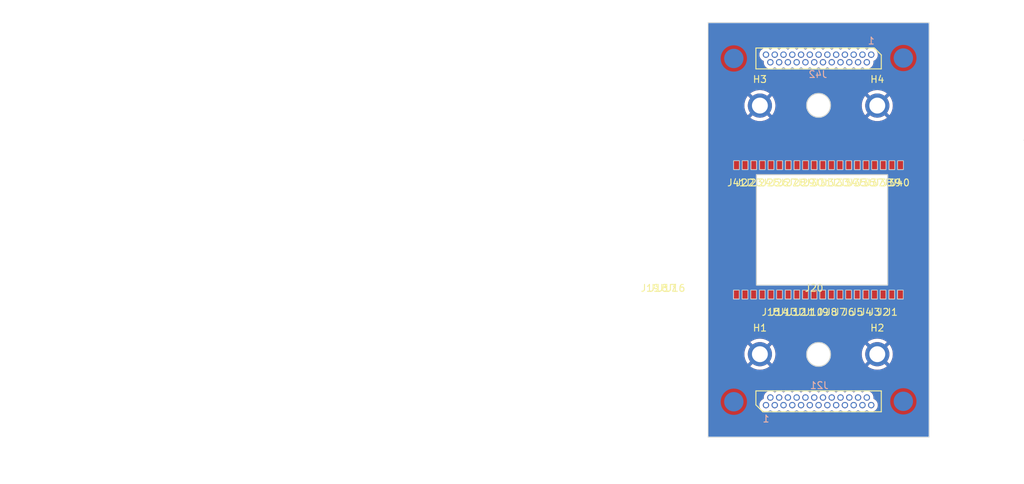
<source format=kicad_pcb>
(kicad_pcb (version 20221018) (generator pcbnew)
  (layers (0 "F.Cu" signal) (1 "In1.Cu" signal) (2 "In2.Cu" signal) (31 "B.Cu" signal) (34 "B.Paste" user) (35 "F.Paste" user) (36 "B.SilkS" user "B.Silkscreen") (37 "F.SilkS" user "F.Silkscreen") (38 "B.Mask" user) (39 "F.Mask" user) (44 "Edge.Cuts" user))
  (net 0 "")
  (net 1 "Net-(J22-Pin_1)")
  (net 2 "Net-(J23-Pin_1)")
  (net 3 "Net-(J24-Pin_1)")
  (net 4 "Net-(J25-Pin_1)")
  (net 5 "Net-(J26-Pin_1)")
  (net 6 "Net-(J27-Pin_1)")
  (net 7 "Net-(J28-Pin_1)")
  (net 8 "Net-(J29-Pin_1)")
  (net 9 "Net-(J30-Pin_1)")
  (net 10 "Net-(J31-Pin_1)")
  (net 11 "Net-(J32-Pin_1)")
  (net 12 "Net-(J33-Pin_1)")
  (net 13 "Net-(J34-Pin_1)")
  (net 14 "Net-(J35-Pin_1)")
  (net 15 "Net-(J36-Pin_1)")
  (net 16 "Net-(J37-Pin_1)")
  (net 17 "Net-(J38-Pin_1)")
  (net 18 "Net-(J39-Pin_1)")
  (net 19 "Net-(J40-Pin_1)")
  (net 20 "Net-(J41-Pin_1)")
  (net 21 "GND")
  (net 22 "Net-(J1-Pin_1)")
  (net 23 "Net-(J2-Pin_1)")
  (net 24 "Net-(J3-Pin_1)")
  (net 25 "Net-(J21-P21)")
  (net 26 "Net-(J5-Pin_1)")
  (net 27 "Net-(J21-P20)")
  (net 28 "Net-(J7-Pin_1)")
  (net 29 "Net-(J21-P19)")
  (net 30 "Net-(J9-Pin_1)")
  (net 31 "Net-(J10-Pin_1)")
  (net 32 "Net-(J11-Pin_1)")
  (net 33 "Net-(J12-Pin_1)")
  (net 34 "Net-(J13-Pin_1)")
  (net 35 "Net-(J14-Pin_1)")
  (net 36 "Net-(J15-Pin_1)")
  (net 37 "Net-(J16-Pin_1)")
  (net 38 "Net-(J17-Pin_1)")
  (net 39 "Net-(J18-Pin_1)")
  (net 40 "Net-(J19-Pin_1)")
  (net 41 "Net-(J20-Pin_1)")
  (footprint "0_footprint_Library:SolderWirePad_1x01_SMD_0.5x0.5mm" (layer "F.Cu") (at 19.11 20.63 180)
    (fp_text reference "J33" (at 0 -2.54) (layer "F.SilkS"))
    (fp_text value "Conn_01x01_Socket")
    (pad "1" smd rect (at 0 0 180) (size 0.75 1.2) (layers "F.Cu" "F.Paste" "F.Mask") (net 12 "Net-(J33-Pin_1)"))
  )
  (footprint "0_footprint_Library:SolderWirePad_1x01_SMD_0.5x0.5mm" (layer "F.Cu") (at 17.86 20.63 180)
    (fp_text reference "J32" (at 0 -2.54) (layer "F.SilkS"))
    (fp_text value "Conn_01x01_Socket")
    (pad "1" smd rect (at 0 0 180) (size 0.75 1.2) (layers "F.Cu" "F.Paste" "F.Mask") (net 11 "Net-(J32-Pin_1)"))
  )
  (footprint "0_footprint_Library:SolderWirePad_1x01_SMD_0.5x0.5mm" (layer "F.Cu") (at 21.6 39.37 180)
    (fp_text reference "J5" (at 0 -2.54) (layer "F.SilkS"))
    (fp_text value "Conn_01x01_Socket")
    (pad "1" smd rect (at 0 0 180) (size 0.75 1.2) (layers "F.Cu" "F.Paste" "F.Mask") (net 26 "Net-(J5-Pin_1)"))
  )
  (footprint "0_footprint_Library:SolderWirePad_1x01_SMD_0.5x0.5mm" (layer "F.Cu") (at 25.35 39.37 180)
    (fp_text reference "J2" (at 0 -2.54) (layer "F.SilkS"))
    (fp_text value "Conn_01x01_Socket")
    (pad "1" smd rect (at 0 0 180) (size 0.75 1.2) (layers "F.Cu" "F.Paste" "F.Mask") (net 23 "Net-(J2-Pin_1)"))
  )
  (footprint "0_footprint_Library:SolderWirePad_1x01_SMD_0.5x0.5mm" (layer "F.Cu") (at 5.35 39.37 180)
    (fp_text reference "J18" (at 12.5 0.93) (layer "F.SilkS"))
    (fp_text value "Conn_01x01_Socket")
    (pad "1" smd rect (at 0 0 180) (size 0.75 1.2) (layers "F.Cu" "F.Paste" "F.Mask") (net 39 "Net-(J18-Pin_1)"))
  )
  (footprint "0_footprint_Library:SolderWirePad_1x01_SMD_0.5x0.5mm" (layer "F.Cu") (at 16.6 39.37 180)
    (fp_text reference "J9" (at 0 -2.54) (layer "F.SilkS"))
    (fp_text value "Conn_01x01_Socket")
    (pad "1" smd rect (at 0 0 180) (size 0.75 1.2) (layers "F.Cu" "F.Paste" "F.Mask") (net 30 "Net-(J9-Pin_1)"))
  )
  (footprint "0_footprint_Library:SolderWirePad_1x01_SMD_0.5x0.5mm" (layer "F.Cu") (at 11.61 20.63 180)
    (fp_text reference "J27" (at 0 -2.54) (layer "F.SilkS"))
    (fp_text value "Conn_01x01_Socket")
    (pad "1" smd rect (at 0 0 180) (size 0.75 1.2) (layers "F.Cu" "F.Paste" "F.Mask") (net 6 "Net-(J27-Pin_1)"))
  )
  (footprint "0_footprint_Library:MountingHole_3mm_2-56_DIN965_Pad" (layer "F.Cu") (at 7.5 48)
    (fp_text reference "H1" (at 0 -3.8) (layer "F.SilkS"))
    (fp_text value "MountingHole_Pad")
    (pad "1" thru_hole circle (at 0 0) (size 3.5 3.5) (drill 2.3) (layers "*.Cu" "*.Mask") (net 21 "GND"))
  )
  (footprint "0_footprint_Library:SolderWirePad_1x01_SMD_0.5x0.5mm" (layer "F.Cu") (at 10.35 39.37 180)
    (fp_text reference "J14" (at 0 -2.54) (layer "F.SilkS"))
    (fp_text value "Conn_01x01_Socket")
    (pad "1" smd rect (at 0 0 180) (size 0.75 1.2) (layers "F.Cu" "F.Paste" "F.Mask") (net 35 "Net-(J14-Pin_1)"))
  )
  (footprint "0_footprint_Library:SolderWirePad_1x01_SMD_0.5x0.5mm" (layer "F.Cu") (at 5.36 20.63 180)
    (fp_text reference "J22" (at 0 -2.54) (layer "F.SilkS"))
    (fp_text value "Conn_01x01_Socket")
    (pad "1" smd rect (at 0 0 180) (size 0.75 1.2) (layers "F.Cu" "F.Paste" "F.Mask") (net 1 "Net-(J22-Pin_1)"))
  )
  (footprint "0_footprint_Library:SolderWirePad_1x01_SMD_0.5x0.5mm" (layer "F.Cu") (at 22.86 20.63 180)
    (fp_text reference "J36" (at 0 -2.54) (layer "F.SilkS"))
    (fp_text value "Conn_01x01_Socket")
    (pad "1" smd rect (at 0 0 180) (size 0.75 1.2) (layers "F.Cu" "F.Paste" "F.Mask") (net 15 "Net-(J36-Pin_1)"))
  )
  (footprint "0_footprint_Library:MountingHole_3mm_2-56_DIN965_Pad" (layer "F.Cu") (at 7.5 12)
    (fp_text reference "H3" (at 0 -3.8) (layer "F.SilkS"))
    (fp_text value "MountingHole_Pad")
    (pad "1" thru_hole circle (at 0 0) (size 3.5 3.5) (drill 2.3) (layers "*.Cu" "*.Mask") (net 21 "GND"))
  )
  (footprint "0_footprint_Library:SolderWirePad_1x01_SMD_0.5x0.5mm" (layer "F.Cu") (at 10.36 20.63 180)
    (fp_text reference "J26" (at 0 -2.54) (layer "F.SilkS"))
    (fp_text value "Conn_01x01_Socket")
    (pad "1" smd rect (at 0 0 180) (size 0.75 1.2) (layers "F.Cu" "F.Paste" "F.Mask") (net 5 "Net-(J26-Pin_1)"))
  )
  (footprint "0_footprint_Library:SolderWirePad_1x01_SMD_0.5x0.5mm" (layer "F.Cu") (at 4.11 20.63 180)
    (fp_text reference "J41" (at 0 -2.54) (layer "F.SilkS"))
    (fp_text value "Conn_01x01_Socket")
    (pad "1" smd rect (at 0 0 180) (size 0.75 1.2) (layers "F.Cu" "F.Paste" "F.Mask") (net 20 "Net-(J41-Pin_1)"))
  )
  (footprint "0_footprint_Library:SolderWirePad_1x01_SMD_0.5x0.5mm" (layer "F.Cu") (at 24.11 20.63 180)
    (fp_text reference "J37" (at 0 -2.54) (layer "F.SilkS"))
    (fp_text value "Conn_01x01_Socket")
    (pad "1" smd rect (at 0 0 180) (size 0.75 1.2) (layers "F.Cu" "F.Paste" "F.Mask") (net 16 "Net-(J37-Pin_1)"))
  )
  (footprint "0_footprint_Library:MountingHole_3mm_2-56_DIN965_Pad" (layer "F.Cu") (at 24.5 48)
    (fp_text reference "H2" (at 0 -3.8) (layer "F.SilkS"))
    (fp_text value "MountingHole_Pad")
    (pad "1" thru_hole circle (at 0 0) (size 3.5 3.5) (drill 2.3) (layers "*.Cu" "*.Mask") (net 21 "GND"))
  )
  (footprint "0_footprint_Library:SolderWirePad_1x01_SMD_0.5x0.5mm" (layer "F.Cu") (at 14.1 39.37 180)
    (fp_text reference "J11" (at 0 -2.54) (layer "F.SilkS"))
    (fp_text value "Conn_01x01_Socket")
    (pad "1" smd rect (at 0 0 180) (size 0.75 1.2) (layers "F.Cu" "F.Paste" "F.Mask") (net 32 "Net-(J11-Pin_1)"))
  )
  (footprint "0_footprint_Library:SolderWirePad_1x01_SMD_0.5x0.5mm" (layer "F.Cu") (at 24.1 39.37 180)
    (fp_text reference "J3" (at 0 -2.54) (layer "F.SilkS"))
    (fp_text value "Conn_01x01_Socket")
    (pad "1" smd rect (at 0 0 180) (size 0.75 1.2) (layers "F.Cu" "F.Paste" "F.Mask") (net 24 "Net-(J3-Pin_1)"))
  )
  (footprint "0_footprint_Library:SolderWirePad_1x01_SMD_0.5x0.5mm" (layer "F.Cu") (at 11.6 39.37 180)
    (fp_text reference "J13" (at 0 -2.54) (layer "F.SilkS"))
    (fp_text value "Conn_01x01_Socket")
    (pad "1" smd rect (at 0 0 180) (size 0.75 1.2) (layers "F.Cu" "F.Paste" "F.Mask") (net 34 "Net-(J13-Pin_1)"))
  )
  (footprint "0_footprint_Library:SolderWirePad_1x01_SMD_0.5x0.5mm" (layer "F.Cu") (at 12.85 39.37 180)
    (fp_text reference "J12" (at 0 -2.54) (layer "F.SilkS"))
    (fp_text value "Conn_01x01_Socket")
    (pad "1" smd rect (at 0 0 180) (size 0.75 1.2) (layers "F.Cu" "F.Paste" "F.Mask") (net 33 "Net-(J12-Pin_1)"))
  )
  (footprint "0_footprint_Library:SolderWirePad_1x01_SMD_0.5x0.5mm" (layer "F.Cu") (at 19.1 39.37 180)
    (fp_text reference "J7" (at 0 -2.54) (layer "F.SilkS"))
    (fp_text value "Conn_01x01_Socket")
    (pad "1" smd rect (at 0 0 180) (size 0.75 1.2) (layers "F.Cu" "F.Paste" "F.Mask") (net 28 "Net-(J7-Pin_1)"))
  )
  (footprint "0_footprint_Library:SolderWirePad_1x01_SMD_0.5x0.5mm" (layer "F.Cu") (at 17.85 39.37 180)
    (fp_text reference "J8" (at 0 -2.54) (layer "F.SilkS"))
    (fp_text value "Conn_01x01_Socket")
    (pad "1" smd rect (at 0 0 180) (size 0.75 1.2) (layers "F.Cu" "F.Paste" "F.Mask") (net 29 "Net-(J21-P19)"))
  )
  (footprint "0_footprint_Library:SolderWirePad_1x01_SMD_0.5x0.5mm" (layer "F.Cu") (at 9.1 39.37 180)
    (fp_text reference "J15" (at 0 -2.54) (layer "F.SilkS"))
    (fp_text value "Conn_01x01_Socket")
    (pad "1" smd rect (at 0 0 180) (size 0.75 1.2) (layers "F.Cu" "F.Paste" "F.Mask") (net 36 "Net-(J15-Pin_1)"))
  )
  (footprint "0_footprint_Library:SolderWirePad_1x01_SMD_0.5x0.5mm" (layer "F.Cu") (at 20.35 39.37 180)
    (fp_text reference "J6" (at 0 -2.54) (layer "F.SilkS"))
    (fp_text value "Conn_01x01_Socket")
    (pad "1" smd rect (at 0 0 180) (size 0.75 1.2) (layers "F.Cu" "F.Paste" "F.Mask") (net 27 "Net-(J21-P20)"))
  )
  (footprint "0_footprint_Library:SolderWirePad_1x01_SMD_0.5x0.5mm" (layer "F.Cu") (at 22.85 39.37 180)
    (fp_text reference "J4" (at 0 -2.54) (layer "F.SilkS"))
    (fp_text value "Conn_01x01_Socket")
    (pad "1" smd rect (at 0 0 180) (size 0.75 1.2) (layers "F.Cu" "F.Paste" "F.Mask") (net 25 "Net-(J21-P21)"))
  )
  (footprint "0_footprint_Library:SolderWirePad_1x01_SMD_0.5x0.5mm" (layer "F.Cu") (at 20.36 20.63 180)
    (fp_text reference "J34" (at 0 -2.54) (layer "F.SilkS"))
    (fp_text value "Conn_01x01_Socket")
    (pad "1" smd rect (at 0 0 180) (size 0.75 1.2) (layers "F.Cu" "F.Paste" "F.Mask") (net 13 "Net-(J34-Pin_1)"))
  )
  (footprint "0_footprint_Library:SolderWirePad_1x01_SMD_0.5x0.5mm" (layer "F.Cu") (at 6.6 39.37 180)
    (fp_text reference "J17" (at 12.5 0.93) (layer "F.SilkS"))
    (fp_text value "Conn_01x01_Socket")
    (pad "1" smd rect (at 0 0 180) (size 0.75 1.2) (layers "F.Cu" "F.Paste" "F.Mask") (net 38 "Net-(J17-Pin_1)"))
  )
  (footprint "0_footprint_Library:SolderWirePad_1x01_SMD_0.5x0.5mm" (layer "F.Cu") (at 27.86 20.63 180)
    (fp_text reference "J40" (at 0 -2.54) (layer "F.SilkS"))
    (fp_text value "Conn_01x01_Socket")
    (pad "1" smd rect (at 0 0 180) (size 0.75 1.2) (layers "F.Cu" "F.Paste" "F.Mask") (net 19 "Net-(J40-Pin_1)"))
  )
  (footprint "0_footprint_Library:SolderWirePad_1x01_SMD_0.5x0.5mm" (layer "F.Cu") (at 21.61 20.63 180)
    (fp_text reference "J35" (at 0 -2.54) (layer "F.SilkS"))
    (fp_text value "Conn_01x01_Socket")
    (pad "1" smd rect (at 0 0 180) (size 0.75 1.2) (layers "F.Cu" "F.Paste" "F.Mask") (net 14 "Net-(J35-Pin_1)"))
  )
  (footprint "0_footprint_Library:SolderWirePad_1x01_SMD_0.5x0.5mm" (layer "F.Cu") (at 26.61 20.63 180)
    (fp_text reference "J39" (at 0 -2.54) (layer "F.SilkS"))
    (fp_text value "Conn_01x01_Socket")
    (pad "1" smd rect (at 0 0 180) (size 0.75 1.2) (layers "F.Cu" "F.Paste" "F.Mask") (net 18 "Net-(J39-Pin_1)"))
  )
  (footprint "0_footprint_Library:SolderWirePad_1x01_SMD_0.5x0.5mm" (layer "F.Cu") (at 26.6 39.37 180)
    (fp_text reference "J1" (at 0 -2.54) (layer "F.SilkS"))
    (fp_text value "Conn_01x01_Socket")
    (pad "1" smd rect (at 0 0 180) (size 0.75 1.2) (layers "F.Cu" "F.Paste" "F.Mask") (net 22 "Net-(J1-Pin_1)"))
  )
  (footprint "0_footprint_Library:SolderWirePad_1x01_SMD_0.5x0.5mm" (layer "F.Cu") (at 16.61 20.63 180)
    (fp_text reference "J31" (at 0 -2.54) (layer "F.SilkS"))
    (fp_text value "Conn_01x01_Socket")
    (pad "1" smd rect (at 0 0 180) (size 0.75 1.2) (layers "F.Cu" "F.Paste" "F.Mask") (net 10 "Net-(J31-Pin_1)"))
  )
  (footprint "0_footprint_Library:SolderWirePad_1x01_SMD_0.5x0.5mm" (layer "F.Cu") (at 6.61 20.63 180)
    (fp_text reference "J23" (at 0 -2.54) (layer "F.SilkS"))
    (fp_text value "Conn_01x01_Socket")
    (pad "1" smd rect (at 0 0 180) (size 0.75 1.2) (layers "F.Cu" "F.Paste" "F.Mask") (net 2 "Net-(J23-Pin_1)"))
  )
  (footprint "0_footprint_Library:SolderWirePad_1x01_SMD_0.5x0.5mm" (layer "F.Cu") (at 14.11 20.63 180)
    (fp_text reference "J29" (at 0 -2.54) (layer "F.SilkS"))
    (fp_text value "Conn_01x01_Socket")
    (pad "1" smd rect (at 0 0 180) (size 0.75 1.2) (layers "F.Cu" "F.Paste" "F.Mask") (net 8 "Net-(J29-Pin_1)"))
  )
  (footprint "0_footprint_Library:SolderWirePad_1x01_SMD_0.5x0.5mm" (layer "F.Cu") (at 27.85 39.37 180)
    (fp_text reference "J20" (at 12.5 0.93) (layer "F.SilkS"))
    (fp_text value "Conn_01x01_Socket")
    (pad "1" smd rect (at 0 0 180) (size 0.75 1.2) (layers "F.Cu" "F.Paste" "F.Mask") (net 41 "Net-(J20-Pin_1)"))
  )
  (footprint "0_footprint_Library:SolderWirePad_1x01_SMD_0.5x0.5mm" (layer "F.Cu") (at 9.11 20.63 180)
    (fp_text reference "J25" (at 0 -2.54) (layer "F.SilkS"))
    (fp_text value "Conn_01x01_Socket")
    (pad "1" smd rect (at 0 0 180) (size 0.75 1.2) (layers "F.Cu" "F.Paste" "F.Mask") (net 4 "Net-(J25-Pin_1)"))
  )
  (footprint "0_footprint_Library:SolderWirePad_1x01_SMD_0.5x0.5mm" (layer "F.Cu") (at 4.1 39.37 180)
    (fp_text reference "J19" (at 12.5 0.93) (layer "F.SilkS"))
    (fp_text value "Conn_01x01_Socket")
    (pad "1" smd rect (at 0 0 180) (size 0.75 1.2) (layers "F.Cu" "F.Paste" "F.Mask") (net 40 "Net-(J19-Pin_1)"))
  )
  (footprint "0_footprint_Library:SolderWirePad_1x01_SMD_0.5x0.5mm" (layer "F.Cu") (at 12.86 20.63 180)
    (fp_text reference "J28" (at 0 -2.54) (layer "F.SilkS"))
    (fp_text value "Conn_01x01_Socket")
    (pad "1" smd rect (at 0 0 180) (size 0.75 1.2) (layers "F.Cu" "F.Paste" "F.Mask") (net 7 "Net-(J28-Pin_1)"))
  )
  (footprint "0_footprint_Library:SolderWirePad_1x01_SMD_0.5x0.5mm" (layer "F.Cu") (at 7.86 20.63 180)
    (fp_text reference "J24" (at 0 -2.54) (layer "F.SilkS"))
    (fp_text value "Conn_01x01_Socket")
    (pad "1" smd rect (at 0 0 180) (size 0.75 1.2) (layers "F.Cu" "F.Paste" "F.Mask") (net 3 "Net-(J24-Pin_1)"))
  )
  (footprint "0_footprint_Library:SolderWirePad_1x01_SMD_0.5x0.5mm" (layer "F.Cu") (at 15.36 20.63 180)
    (fp_text reference "J30" (at 0 -2.54) (layer "F.SilkS"))
    (fp_text value "Conn_01x01_Socket")
    (pad "1" smd rect (at 0 0 180) (size 0.75 1.2) (layers "F.Cu" "F.Paste" "F.Mask") (net 9 "Net-(J30-Pin_1)"))
  )
  (footprint "0_footprint_Library:SolderWirePad_1x01_SMD_0.5x0.5mm" (layer "F.Cu") (at 15.35 39.37 180)
    (fp_text reference "J10" (at 0 -2.54) (layer "F.SilkS"))
    (fp_text value "Conn_01x01_Socket")
    (pad "1" smd rect (at 0 0 180) (size 0.75 1.2) (layers "F.Cu" "F.Paste" "F.Mask") (net 31 "Net-(J10-Pin_1)"))
  )
  (footprint "0_footprint_Library:SolderWirePad_1x01_SMD_0.5x0.5mm" (layer "F.Cu") (at 7.85 39.37 180)
    (fp_text reference "J16" (at 12.5 0.93) (layer "F.SilkS"))
    (fp_text value "Conn_01x01_Socket")
    (pad "1" smd rect (at 0 0 180) (size 0.75 1.2) (layers "F.Cu" "F.Paste" "F.Mask") (net 37 "Net-(J16-Pin_1)"))
  )
  (footprint "0_footprint_Library:MountingHole_3mm_2-56_DIN965_Pad" (layer "F.Cu") (at 24.5 12)
    (fp_text reference "H4" (at 0 -3.8) (layer "F.SilkS"))
    (fp_text value "MountingHole_Pad")
    (pad "1" thru_hole circle (at 0 0) (size 3.5 3.5) (drill 2.3) (layers "*.Cu" "*.Mask") (net 21 "GND"))
  )
  (footprint "0_footprint_Library:SolderWirePad_1x01_SMD_0.5x0.5mm" (layer "F.Cu") (at 25.36 20.63 180)
    (fp_text reference "J38" (at 0 -2.54) (layer "F.SilkS"))
    (fp_text value "Conn_01x01_Socket")
    (pad "1" smd rect (at 0 0 180) (size 0.75 1.2) (layers "F.Cu" "F.Paste" "F.Mask") (net 17 "Net-(J38-Pin_1)"))
  )
  (footprint "0_footprint_Library:Norcomp-380-025-113L001-microd_Updated" (layer "B.Cu") (at 16 5.175 180)
    (fp_text reference "J42" (at 0.1 -2.3) (layer "B.SilkS") (effects (justify mirror)))
    (fp_text value "DB25_Plug")
    (fp_text user "1" (at -7.62 2.54) (layer "B.SilkS") (effects (justify mirror)))
    (fp_line (start -9.08 -1.51) (end 9.08 -1.51) (stroke (width 0.15)) (layer "F.SilkS"))
    (fp_line (start -9.08 0.51) (end -9.08 -1.51) (stroke (width 0.15)) (layer "F.SilkS"))
    (fp_line (start -8.08 1.51) (end -9.08 0.51) (stroke (width 0.15)) (layer "F.SilkS"))
    (fp_line (start 9.08 -1.51) (end 9.08 1.51) (stroke (width 0.15)) (layer "F.SilkS"))
    (fp_line (start 9.08 1.51) (end -8.08 1.51) (stroke (width 0.15)) (layer "F.SilkS"))
    (pad "1" thru_hole oval (at -7.62 0.55 180) (size 0.92 0.92) (drill 0.61) (layers "*.Cu" "*.Mask") (net 19 "Net-(J40-Pin_1)"))
    (pad "2" thru_hole oval (at -6.35 0.55 180) (size 0.92 0.92) (drill 0.61) (layers "*.Cu" "*.Mask") (net 17 "Net-(J38-Pin_1)"))
    (pad "3" thru_hole oval (at -5.08 0.55 180) (size 0.92 0.92) (drill 0.61) (layers "*.Cu" "*.Mask") (net 15 "Net-(J36-Pin_1)"))
    (pad "4" thru_hole oval (at -3.81 0.55 180) (size 0.92 0.92) (drill 0.61) (layers "*.Cu" "*.Mask") (net 13 "Net-(J34-Pin_1)"))
    (pad "5" thru_hole oval (at -2.54 0.55 180) (size 0.92 0.92) (drill 0.61) (layers "*.Cu" "*.Mask") (net 11 "Net-(J32-Pin_1)"))
    (pad "6" thru_hole oval (at -1.27 0.55 180) (size 0.92 0.92) (drill 0.61) (layers "*.Cu" "*.Mask") (net 9 "Net-(J30-Pin_1)"))
    (pad "7" thru_hole oval (at 0 0.55 180) (size 0.92 0.92) (drill 0.61) (layers "*.Cu" "*.Mask") (net 7 "Net-(J28-Pin_1)"))
    (pad "8" thru_hole oval (at 1.27 0.55 180) (size 0.92 0.92) (drill 0.61) (layers "*.Cu" "*.Mask") (net 5 "Net-(J26-Pin_1)"))
    (pad "9" thru_hole oval (at 2.54 0.55 180) (size 0.92 0.92) (drill 0.61) (layers "*.Cu" "*.Mask") (net 3 "Net-(J24-Pin_1)"))
    (pad "10" thru_hole oval (at 3.81 0.55 180) (size 0.92 0.92) (drill 0.61) (layers "*.Cu" "*.Mask") (net 1 "Net-(J22-Pin_1)"))
    (pad "11" thru_hole oval (at 5.08 0.55 180) (size 0.92 0.92) (drill 0.61) (layers "*.Cu" "*.Mask"))
    (pad "12" thru_hole oval (at 6.35 0.55 180) (size 0.92 0.92) (drill 0.61) (layers "*.Cu" "*.Mask"))
    (pad "13" thru_hole oval (at 7.62 0.55 180) (size 0.92 0.92) (drill 0.61) (layers "*.Cu" "*.Mask"))
    (pad "14" thru_hole oval (at -6.985 -0.55 180) (size 0.92 0.92) (drill 0.61) (layers "*.Cu" "*.Mask") (net 18 "Net-(J39-Pin_1)"))
    (pad "15" thru_hole oval (at -5.715 -0.55 180) (size 0.92 0.92) (drill 0.61) (layers "*.Cu" "*.Mask") (net 16 "Net-(J37-Pin_1)"))
    (pad "16" thru_hole oval (at -4.445 -0.55 180) (size 0.92 0.92) (drill 0.61) (layers "*.Cu" "*.Mask") (net 14 "Net-(J35-Pin_1)"))
    (pad "17" thru_hole oval (at -3.175 -0.55 180) (size 0.92 0.92) (drill 0.61) (layers "*.Cu" "*.Mask") (net 12 "Net-(J33-Pin_1)"))
    (pad "18" thru_hole oval (at -1.905 -0.55 180) (size 0.92 0.92) (drill 0.61) (layers "*.Cu" "*.Mask") (net 10 "Net-(J31-Pin_1)"))
    (pad "19" thru_hole oval (at -0.635 -0.55 180) (size 0.92 0.92) (drill 0.61) (layers "*.Cu" "*.Mask") (net 8 "Net-(J29-Pin_1)"))
    (pad "20" thru_hole oval (at 0.635 -0.55 180) (size 0.92 0.92) (drill 0.61) (layers "*.Cu" "*.Mask") (net 6 "Net-(J27-Pin_1)"))
    (pad "21" thru_hole oval (at 1.905 -0.55 180) (size 0.92 0.92) (drill 0.61) (layers "*.Cu" "*.Mask") (net 4 "Net-(J25-Pin_1)"))
    (pad "22" thru_hole oval (at 3.175 -0.55 180) (size 0.92 0.92) (drill 0.61) (layers "*.Cu" "*.Mask") (net 2 "Net-(J23-Pin_1)"))
    (pad "23" thru_hole oval (at 4.445 -0.55 180) (size 0.92 0.92) (drill 0.61) (layers "*.Cu" "*.Mask") (net 20 "Net-(J41-Pin_1)"))
    (pad "24" thru_hole oval (at 5.715 -0.55 180) (size 0.92 0.92) (drill 0.61) (layers "*.Cu" "*.Mask"))
    (pad "25" thru_hole oval (at 6.985 -0.55 180) (size 0.92 0.92) (drill 0.61) (layers "*.Cu" "*.Mask"))
    (pad "GND" smd circle (at -12.275 0.06 180) (size 2.8 2.8) (layers "B.Cu" "B.Paste" "B.Mask"))
    (pad "GND" smd circle (at 12.275 0 180) (size 2.8 2.8) (layers "B.Cu" "B.Paste" "B.Mask"))
  )
  (footprint "0_footprint_Library:Norcomp-380-025-113L001-microd_Updated" (layer "B.Cu") (at 16 54.825)
    (fp_text reference "J21" (at 0.1 -2.3 180) (layer "B.SilkS") (effects (justify mirror)))
    (fp_text value "DB25_Plug")
    (fp_text user "1" (at -7.62 2.54 180) (layer "B.SilkS") (effects (justify mirror)))
    (fp_line (start -9.08 -1.51) (end 9.08 -1.51) (stroke (width 0.15)) (layer "F.SilkS"))
    (fp_line (start -9.08 0.51) (end -9.08 -1.51) (stroke (width 0.15)) (layer "F.SilkS"))
    (fp_line (start -8.08 1.51) (end -9.08 0.51) (stroke (width 0.15)) (layer "F.SilkS"))
    (fp_line (start 9.08 -1.51) (end 9.08 1.51) (stroke (width 0.15)) (layer "F.SilkS"))
    (fp_line (start 9.08 1.51) (end -8.08 1.51) (stroke (width 0.15)) (layer "F.SilkS"))
    (pad "1" thru_hole oval (at -7.62 0.55) (size 0.92 0.92) (drill 0.61) (layers "*.Cu" "*.Mask") (net 40 "Net-(J19-Pin_1)"))
    (pad "2" thru_hole oval (at -6.35 0.55) (size 0.92 0.92) (drill 0.61) (layers "*.Cu" "*.Mask") (net 38 "Net-(J17-Pin_1)"))
    (pad "3" thru_hole oval (at -5.08 0.55) (size 0.92 0.92) (drill 0.61) (layers "*.Cu" "*.Mask") (net 36 "Net-(J15-Pin_1)"))
    (pad "4" thru_hole oval (at -3.81 0.55) (size 0.92 0.92) (drill 0.61) (layers "*.Cu" "*.Mask") (net 34 "Net-(J13-Pin_1)"))
    (pad "5" thru_hole oval (at -2.54 0.55) (size 0.92 0.92) (drill 0.61) (layers "*.Cu" "*.Mask") (net 32 "Net-(J11-Pin_1)"))
    (pad "6" thru_hole oval (at -1.27 0.55) (size 0.92 0.92) (drill 0.61) (layers "*.Cu" "*.Mask") (net 30 "Net-(J9-Pin_1)"))
    (pad "7" thru_hole oval (at 0 0.55) (size 0.92 0.92) (drill 0.61) (layers "*.Cu" "*.Mask") (net 28 "Net-(J7-Pin_1)"))
    (pad "8" thru_hole oval (at 1.27 0.55) (size 0.92 0.92) (drill 0.61) (layers "*.Cu" "*.Mask") (net 26 "Net-(J5-Pin_1)"))
    (pad "9" thru_hole oval (at 2.54 0.55) (size 0.92 0.92) (drill 0.61) (layers "*.Cu" "*.Mask") (net 24 "Net-(J3-Pin_1)"))
    (pad "10" thru_hole oval (at 3.81 0.55) (size 0.92 0.92) (drill 0.61) (layers "*.Cu" "*.Mask") (net 22 "Net-(J1-Pin_1)"))
    (pad "11" thru_hole oval (at 5.08 0.55) (size 0.92 0.92) (drill 0.61) (layers "*.Cu" "*.Mask"))
    (pad "12" thru_hole oval (at 6.35 0.55) (size 0.92 0.92) (drill 0.61) (layers "*.Cu" "*.Mask"))
    (pad "13" thru_hole oval (at 7.62 0.55) (size 0.92 0.92) (drill 0.61) (layers "*.Cu" "*.Mask"))
    (pad "14" thru_hole oval (at -6.985 -0.55) (size 0.92 0.92) (drill 0.61) (layers "*.Cu" "*.Mask") (net 39 "Net-(J18-Pin_1)"))
    (pad "15" thru_hole oval (at -5.715 -0.55) (size 0.92 0.92) (drill 0.61) (layers "*.Cu" "*.Mask") (net 37 "Net-(J16-Pin_1)"))
    (pad "16" thru_hole oval (at -4.445 -0.55) (size 0.92 0.92) (drill 0.61) (layers "*.Cu" "*.Mask") (net 35 "Net-(J14-Pin_1)"))
    (pad "17" thru_hole oval (at -3.175 -0.55) (size 0.92 0.92) (drill 0.61) (layers "*.Cu" "*.Mask") (net 33 "Net-(J12-Pin_1)"))
    (pad "18" thru_hole oval (at -1.905 -0.55) (size 0.92 0.92) (drill 0.61) (layers "*.Cu" "*.Mask") (net 31 "Net-(J10-Pin_1)"))
    (pad "19" thru_hole oval (at -0.635 -0.55) (size 0.92 0.92) (drill 0.61) (layers "*.Cu" "*.Mask") (net 29 "Net-(J21-P19)"))
    (pad "20" thru_hole oval (at 0.635 -0.55) (size 0.92 0.92) (drill 0.61) (layers "*.Cu" "*.Mask") (net 27 "Net-(J21-P20)"))
    (pad "21" thru_hole oval (at 1.905 -0.55) (size 0.92 0.92) (drill 0.61) (layers "*.Cu" "*.Mask") (net 25 "Net-(J21-P21)"))
    (pad "22" thru_hole oval (at 3.175 -0.55) (size 0.92 0.92) (drill 0.61) (layers "*.Cu" "*.Mask") (net 23 "Net-(J2-Pin_1)"))
    (pad "23" thru_hole oval (at 4.445 -0.55) (size 0.92 0.92) (drill 0.61) (layers "*.Cu" "*.Mask") (net 41 "Net-(J20-Pin_1)"))
    (pad "24" thru_hole oval (at 5.715 -0.55) (size 0.92 0.92) (drill 0.61) (layers "*.Cu" "*.Mask"))
    (pad "25" thru_hole oval (at 6.985 -0.55) (size 0.92 0.92) (drill 0.61) (layers "*.Cu" "*.Mask"))
    (pad "GND" smd circle (at -12.275 0.06) (size 2.8 2.8) (layers "B.Cu" "B.Paste" "B.Mask"))
    (pad "GND" smd circle (at 12.275 0) (size 2.8 2.8) (layers "B.Cu" "B.Paste" "B.Mask"))
  )
  (gr_rect (start 13.67 38.72) (end 14.51 40.02) (stroke (width 0.1)) (fill none) (layer "Edge.Cuts"))
  (gr_rect (start 7.44 19.98) (end 8.28 21.28) (stroke (width 0.1)) (fill none) (layer "Edge.Cuts"))
  (gr_line (start 0 60) (end 32 60) (stroke (width 0.1)) (layer "Edge.Cuts"))
  (gr_rect (start 14.92 38.72) (end 15.76 40.02) (stroke (width 0.1)) (fill none) (layer "Edge.Cuts"))
  (gr_rect (start 12.42 38.72) (end 13.26 40.02) (stroke (width 0.1)) (fill none) (layer "Edge.Cuts"))
  (gr_rect (start 8.67 38.72) (end 9.51 40.02) (stroke (width 0.1)) (fill none) (layer "Edge.Cuts"))
  (gr_circle (center 16 48.035) (end 17.727 48.035) (stroke (width 0.15)) (fill none) (layer "Edge.Cuts"))
  (gr_rect (start 7.42 38.72) (end 8.26 40.02) (stroke (width 0.1)) (fill none) (layer "Edge.Cuts"))
  (gr_rect (start 9.92 38.72) (end 10.76 40.02) (stroke (width 0.1)) (fill none) (layer "Edge.Cuts"))
  (gr_rect (start 23.69 19.98) (end 24.53 21.28) (stroke (width 0.1)) (fill none) (layer "Edge.Cuts"))
  (gr_line (start 32 60) (end 32 0) (stroke (width 0.1)) (layer "Edge.Cuts"))
  (gr_rect (start 22.44 19.98) (end 23.28 21.28) (stroke (width 0.1)) (fill none) (layer "Edge.Cuts"))
  (gr_rect (start 24.94 19.98) (end 25.78 21.28) (stroke (width 0.1)) (fill none) (layer "Edge.Cuts"))
  (gr_rect (start 11.17 38.72) (end 12.01 40.02) (stroke (width 0.1)) (fill none) (layer "Edge.Cuts"))
  (gr_rect (start 26.17 38.72) (end 27.01 40.02) (stroke (width 0.1)) (fill none) (layer "Edge.Cuts"))
  (gr_circle (center 16 11.965) (end 14.273 11.965) (stroke (width 0.15)) (fill none) (layer "Edge.Cuts"))
  (gr_rect (start 27.42 38.72) (end 28.26 40.02) (stroke (width 0.1)) (fill none) (layer "Edge.Cuts"))
  (gr_rect (start 6.19 19.98) (end 7.03 21.28) (stroke (width 0.1)) (fill none) (layer "Edge.Cuts"))
  (gr_rect (start 3.67 38.72) (end 4.51 40.02) (stroke (width 0.1)) (fill none) (layer "Edge.Cuts"))
  (gr_rect (start 14.94 19.98) (end 15.78 21.28) (stroke (width 0.1)) (fill none) (layer "Edge.Cuts"))
  (gr_rect (start 16.19 19.98) (end 17.03 21.28) (stroke (width 0.1)) (fill none) (layer "Edge.Cuts"))
  (gr_rect (start 11.19 19.98) (end 12.03 21.28) (stroke (width 0.1)) (fill none) (layer "Edge.Cuts"))
  (gr_rect (start 21.19 19.98) (end 22.03 21.28) (stroke (width 0.1)) (fill none) (layer "Edge.Cuts"))
  (gr_rect (start 18.69 19.98) (end 19.53 21.28) (stroke (width 0.1)) (fill none) (layer "Edge.Cuts"))
  (gr_rect (start 4.92 38.72) (end 5.76 40.02) (stroke (width 0.1)) (fill none) (layer "Edge.Cuts"))
  (gr_rect (start 4.94 19.98) (end 5.78 21.28) (stroke (width 0.1)) (fill none) (layer "Edge.Cuts"))
  (gr_rect (start 27.44 19.98) (end 28.28 21.28) (stroke (width 0.1)) (fill none) (layer "Edge.Cuts"))
  (gr_rect (start 17.44 19.98) (end 18.28 21.28) (stroke (width 0.1)) (fill none) (layer "Edge.Cuts"))
  (gr_rect (start 22.42 38.72) (end 23.26 40.02) (stroke (width 0.1)) (fill none) (layer "Edge.Cuts"))
  (gr_rect (start 17.42 38.72) (end 18.26 40.02) (stroke (width 0.1)) (fill none) (layer "Edge.Cuts"))
  (gr_rect (start 6.17 38.72) (end 7.01 40.02) (stroke (width 0.1)) (fill none) (layer "Edge.Cuts"))
  (gr_line (start 0 0) (end 32 0) (stroke (width 0.1)) (layer "Edge.Cuts"))
  (gr_rect (start 3.69 19.98) (end 4.53 21.28) (stroke (width 0.1)) (fill none) (layer "Edge.Cuts"))
  (gr_rect (start 9.94 19.98) (end 10.78 21.28) (stroke (width 0.1)) (fill none) (layer "Edge.Cuts"))
  (gr_rect (start 8.69 19.98) (end 9.53 21.28) (stroke (width 0.1)) (fill none) (layer "Edge.Cuts"))
  (gr_rect (start 13.69 19.98) (end 14.53 21.28) (stroke (width 0.1)) (fill none) (layer "Edge.Cuts"))
  (gr_rect (start 19.92 38.72) (end 20.76 40.02) (stroke (width 0.1)) (fill none) (layer "Edge.Cuts"))
  (gr_line (start 0 60) (end 0 0) (stroke (width 0.1)) (layer "Edge.Cuts"))
  (gr_rect (start 18.67 38.72) (end 19.51 40.02) (stroke (width 0.1)) (fill none) (layer "Edge.Cuts"))
  (gr_line (start 45.72 17.01) (end 45.72 17.01) (stroke (width 0.1)) (layer "Edge.Cuts"))
  (gr_rect (start 23.67 38.72) (end 24.51 40.02) (stroke (width 0.1)) (fill none) (layer "Edge.Cuts"))
  (gr_rect (start 26.19 19.98) (end 27.03 21.28) (stroke (width 0.1)) (fill none) (layer "Edge.Cuts"))
  (gr_rect (start 21.17 38.72) (end 22.01 40.02) (stroke (width 0.1)) (fill none) (layer "Edge.Cuts"))
  (gr_rect (start 7 22) (end 26 38) (stroke (width 0.15)) (fill none) (layer "Edge.Cuts"))
  (gr_rect (start 16.17 38.72) (end 17.01 40.02) (stroke (width 0.1)) (fill none) (layer "Edge.Cuts"))
  (gr_rect (start 12.44 19.98) (end 13.28 21.28) (stroke (width 0.1)) (fill none) (layer "Edge.Cuts"))
  (gr_rect (start 24.92 38.72) (end 25.76 40.02) (stroke (width 0.1)) (fill none) (layer "Edge.Cuts"))
  (gr_rect (start 19.94 19.98) (end 20.78 21.28) (stroke (width 0.1)) (fill none) (layer "Edge.Cuts"))
  (zone (net 21) (net_name "GND") (layers "F.Cu" "In1.Cu" "In2.Cu" "B.Cu") (priority 1) (connect_pads (clearance 0.5)) (min_thickness 0.25) (fill yes (thermal_gap 0.5) (thermal_bridge_width 0.5))
    (polygon (pts (xy -5.5 -2.3) (xy 36.43 -3.29) (xy 35.51 66.83) (xy -6.42 65.19)))
  )
)
</source>
